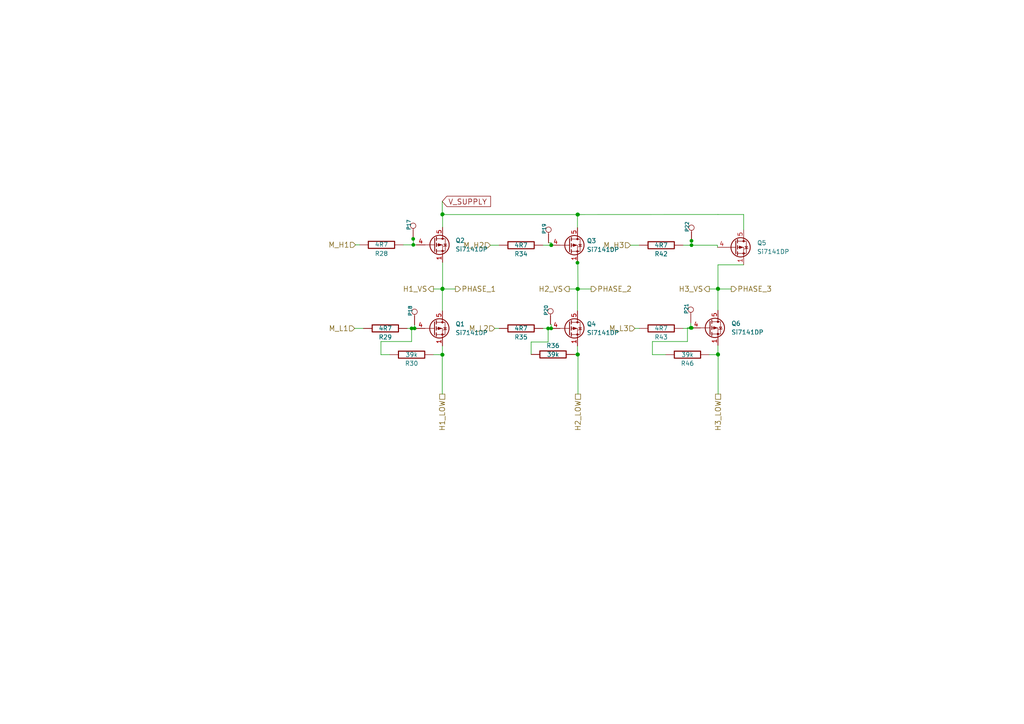
<source format=kicad_sch>
(kicad_sch (version 20211123) (generator eeschema)
  (paper "A4")
  (title_block (title "BLDC Driver 4.11") (date "21 aug 2015") (rev "4.12") (company "Benjamin Vedder"))
  (lib_symbols
    (symbol "BLDC_4-rescue:CONN_1" (pin_numbers hide) (pin_names (offset 0.762) hide)
      (property "Reference" "P" (at 2.032 0 0))
      (symbol "CONN_1_0_1"
        (polyline (pts (xy -0.762 0) (xy -1.27 0)))
        (circle (center 0 0) (radius 0.7874))
      )
      (symbol "CONN_1_1_1"
        (pin passive line (at -3.81 0 0) (length 2.54) (name "1") (number "1"))
      )
    )
    (symbol "BLDC_4-rescue:R-RESCUE-BLDC_4" (pin_numbers hide) (pin_names (offset 0))
      (property "Reference" "R" (at 2.032 0 90))
      (property "Value" "R-RESCUE-BLDC_4" (at 0.1778 0.0254 90))
      (symbol "R-RESCUE-BLDC_4_0_1"
        (rectangle (start -1.016 3.81) (end 1.016 -3.81) (stroke (width 0.3048)))
      )
      (symbol "R-RESCUE-BLDC_4_1_1"
        (pin passive line (at 0 6.35 270) (length 2.54) (name "~") (number "1"))
        (pin passive line (at 0 -6.35 90) (length 2.54) (name "~") (number "2"))
      )
    )
    (symbol "Transistor_FET:Si7141DP" (pin_names hide)
      (property "Reference" "Q" (at 5.08 1.905 0))
      (property "Value" "Si7141DP" (at 5.08 0 0))
      (symbol "Si7141DP_0_1"
        (polyline (pts (xy 0.254 0) (xy -2.54 0)))
        (polyline (pts (xy 0.254 1.905) (xy 0.254 -1.905)) (stroke (width 0.254)))
        (polyline (pts (xy 0.762 -1.27) (xy 0.762 -2.286)) (stroke (width 0.254)))
        (polyline (pts (xy 0.762 0.508) (xy 0.762 -0.508)) (stroke (width 0.254)))
        (polyline (pts (xy 0.762 2.286) (xy 0.762 1.27)) (stroke (width 0.254)))
        (polyline (pts (xy 2.54 2.54) (xy 2.54 1.778)))
        (polyline (pts (xy 2.54 -2.54) (xy 2.54 0) (xy 0.762 0)))
        (polyline (pts (xy 0.762 1.778) (xy 3.302 1.778) (xy 3.302 -1.778) (xy 0.762 -1.778)))
        (polyline (pts (xy 2.286 0) (xy 1.27 0.381) (xy 1.27 -0.381) (xy 2.286 0)) (fill (type outline)))
        (polyline (pts (xy 2.794 -0.508) (xy 2.921 -0.381) (xy 3.683 -0.381) (xy 3.81 -0.254)))
        (polyline (pts (xy 3.302 -0.381) (xy 2.921 0.254) (xy 3.683 0.254) (xy 3.302 -0.381)))
        (circle (center 1.651 0) (radius 2.794) (stroke (width 0.254)))
        (circle (center 2.54 -1.778) (radius 0.254) (fill (type outline)))
        (circle (center 2.54 1.778) (radius 0.254) (fill (type outline)))
      )
      (symbol "Si7141DP_1_1"
        (pin passive line (at 2.54 -5.08 90) (length 2.54) (name "S") (number "1"))
        (pin passive line (at 2.54 -5.08 90) (length 2.54) hide (name "S") (number "2"))
        (pin passive line (at 2.54 -5.08 90) (length 2.54) hide (name "S") (number "3"))
        (pin input line (at -5.08 0 0) (length 2.54) (name "G") (number "4"))
        (pin passive line (at 2.54 5.08 270) (length 2.54) (name "D") (number "5"))
      )
    )
  )
  (junction (at 119.8822 71.0184))
  (junction (at 128.3208 102.87))
  (junction (at 208.28 83.82))
  (junction (at 167.4876 83.77))
  (junction (at 167.54 102.85))
  (junction (at 208.2292 102.7176))
  (junction (at 159.8676 71.12))
  (junction (at 200.5618 71.12))
  (junction (at 208.24 102.82))
  (junction (at 128.34 62.11))
  (junction (at 128.27 83.82))
  (junction (at 167.4876 62.23))
  (junction (at 167.64 102.8))
  (junction (at 159.92 71.1))
  (junction (at 208.24 83.8))
  (junction (at 120.2436 95.25))
  (junction (at 128.27 102.87))
  (junction (at 128.34 83.87))
  (junction (at 167.64 62.23))
  (junction (at 128.34 102.92))
  (junction (at 128.3716 62.1284))
  (junction (at 167.54 62.21))
  (junction (at 128.3208 83.82))
  (junction (at 167.54 83.82))
  (junction (at 128.27 62.23))
  (junction (at 200.5584 69.85))
  (junction (at 208.24 83.77))
  (junction (at 208.28 102.87))
  (junction (at 167.4876 102.8))
  (junction (at 167.64 83.82))
  (junction (at 128.34 83.7))
  (junction (at 119.38 95.25))
  (junction (at 167.5897 83.82))
  (junction (at 208.2292 83.6976))
  (junction (at 200.6092 95.0976))
  (junction (at 200.3552 95.0976))
  (junction (at 159.8676 95.25))
  (junction (at 167.4876 76.2))
  (junction (at 128.3716 83.7184))
  (junction (at 158.9782 95.2641))
  (junction (at 119.8372 69.2912))
  (wire (pts (xy 116.9924 71.0184) (xy 119.8822 71.0184)))
  (wire (pts (xy 189.23 99.06) (xy 189.23 102.87)))
  (wire (pts (xy 159.8676 71.12) (xy 159.92 71.12)))
  (wire (pts (xy 208.2292 83.6976) (xy 208.2292 90.0176)))
  (wire (pts (xy 200.3552 93.6244) (xy 200.3552 95.0976)))
  (wire (pts (xy 154.05 99.1908) (xy 158.9782 99.1908)))
  (wire (pts (xy 128.27 83.82) (xy 128.3208 83.82)))
  (wire (pts (xy 159.8676 94.13) (xy 159.8676 95.25)))
  (wire (pts (xy 128.34 83.7) (xy 128.27 83.82)))
  (wire (pts (xy 125.73 102.87) (xy 128.27 102.87)))
  (wire (pts (xy 199.39 99.06) (xy 199.39 95.0976)))
  (wire (pts (xy 119.8822 69.3096) (xy 119.8372 69.2912)))
  (wire (pts (xy 128.3208 102.87) (xy 128.34 102.92)))
  (wire (pts (xy 128.3716 62.1284) (xy 128.3716 65.9384)))
  (wire (pts (xy 208.2292 100.1776) (xy 208.2292 102.7176)))
  (wire (pts (xy 119.8822 69.3096) (xy 119.8822 71.0184)))
  (wire (pts (xy 215.6968 62.21) (xy 215.6968 66.6496)))
  (wire (pts (xy 167.64 83.82) (xy 171.45 83.82)))
  (wire (pts (xy 157.48 71.12) (xy 159.8676 71.12)))
  (wire (pts (xy 143.51 95.25) (xy 144.78 95.25)))
  (wire (pts (xy 167.4876 83.77) (xy 167.54 83.82)))
  (wire (pts (xy 102.87 95.25) (xy 105.41 95.25)))
  (wire (pts (xy 159.8676 95.2641) (xy 158.9782 95.2641)))
  (wire (pts (xy 159.9171 70.4299) (xy 159.92 71.1)))
  (wire (pts (xy 128.3208 83.82) (xy 128.34 83.87)))
  (wire (pts (xy 208.24 83.8) (xy 208.28 83.82)))
  (wire (pts (xy 103.124 71.0184) (xy 104.2924 71.0184)))
  (wire (pts (xy 128.27 102.87) (xy 128.27 114.3)))
  (wire (pts (xy 208.2292 102.7176) (xy 208.24 102.82)))
  (wire (pts (xy 167.64 62.23) (xy 208.24 62.21)))
  (wire (pts (xy 208.28 102.87) (xy 208.28 114.3)))
  (wire (pts (xy 167.4876 62.23) (xy 167.64 62.23)))
  (wire (pts (xy 208.24 83.77) (xy 208.24 83.8)))
  (wire (pts (xy 159.8676 95.25) (xy 159.8676 95.2641)))
  (wire (pts (xy 119.38 95.25) (xy 120.2436 95.25)))
  (wire (pts (xy 198.12 95.25) (xy 200.6092 95.25)))
  (wire (pts (xy 167.4876 102.8) (xy 167.54 102.85)))
  (wire (pts (xy 158.9782 95.2641) (xy 158.9782 95.25)))
  (wire (pts (xy 110.49 99.06) (xy 110.49 102.87)))
  (wire (pts (xy 165.1 83.82) (xy 167.54 83.82)))
  (wire (pts (xy 208.24 62.21) (xy 215.6968 62.21)))
  (wire (pts (xy 128.3208 100.33) (xy 128.3208 102.87)))
  (wire (pts (xy 120.2436 95.25) (xy 120.7008 95.25)))
  (wire (pts (xy 205.74 83.82) (xy 208.28 83.82)))
  (wire (pts (xy 208.24 83.77) (xy 208.28 83.82)))
  (wire (pts (xy 205.74 102.87) (xy 208.28 102.87)))
  (wire (pts (xy 208.24 102.82) (xy 208.28 102.87)))
  (wire (pts (xy 184.15 95.25) (xy 185.42 95.25)))
  (wire (pts (xy 167.4876 83.77) (xy 167.4876 90.17)))
  (wire (pts (xy 128.34 83.87) (xy 128.27 83.82)))
  (wire (pts (xy 167.54 102.85) (xy 167.64 102.8)))
  (wire (pts (xy 128.27 62.23) (xy 167.4876 62.23)))
  (wire (pts (xy 157.48 95.25) (xy 158.9782 95.25)))
  (wire (pts (xy 199.39 99.06) (xy 189.23 99.06)))
  (wire (pts (xy 142.24 71.12) (xy 144.78 71.12)))
  (wire (pts (xy 119.38 99.06) (xy 110.49 99.06)))
  (wire (pts (xy 154.05 102.8) (xy 154.05 99.1908)))
  (wire (pts (xy 118.11 95.25) (xy 119.38 95.25)))
  (wire (pts (xy 167.5897 83.82) (xy 167.64 83.82)))
  (wire (pts (xy 119.8822 71.0184) (xy 120.7516 71.0184)))
  (wire (pts (xy 198.12 71.12) (xy 200.5618 71.12)))
  (wire (pts (xy 167.5876 76.2) (xy 167.64 83.82)))
  (wire (pts (xy 167.54 62.21) (xy 167.64 62.23)))
  (wire (pts (xy 166.75 102.8) (xy 167.4876 102.8)))
  (wire (pts (xy 128.34 62.11) (xy 128.27 62.23)))
  (wire (pts (xy 208.24 76.8096) (xy 208.24 83.77)))
  (wire (pts (xy 159.92 71.12) (xy 159.92 71.1)))
  (wire (pts (xy 200.3552 95.0976) (xy 200.6092 95.0976)))
  (wire (pts (xy 208.2292 83.6976) (xy 208.24 83.8)))
  (wire (pts (xy 159.0971 70.4299) (xy 159.9171 70.4299)))
  (wire (pts (xy 200.5618 69.85) (xy 200.5618 71.12)))
  (wire (pts (xy 128.3208 83.82) (xy 132.08 83.82)))
  (wire (pts (xy 128.27 58.42) (xy 128.27 62.23)))
  (wire (pts (xy 167.5876 76.2) (xy 167.4876 76.2)))
  (wire (pts (xy 128.3716 76.0984) (xy 128.3716 83.7184)))
  (wire (pts (xy 158.9782 99.1908) (xy 158.9782 95.2641)))
  (wire (pts (xy 128.3208 83.82) (xy 128.3208 90.17)))
  (wire (pts (xy 128.34 102.92) (xy 128.27 102.87)))
  (wire (pts (xy 199.39 95.0976) (xy 200.3552 95.0976)))
  (wire (pts (xy 167.54 83.82) (xy 167.5897 83.82)))
  (wire (pts (xy 159.8676 94.13) (xy 159.6644 94.0816)))
  (wire (pts (xy 215.6968 76.8096) (xy 208.24 76.8096)))
  (wire (pts (xy 200.6092 95.25) (xy 200.6092 95.0976)))
  (wire (pts (xy 167.4876 102.8) (xy 167.64 102.8)))
  (wire (pts (xy 119.38 95.25) (xy 119.38 99.06)))
  (wire (pts (xy 128.3716 62.1284) (xy 128.34 62.11)))
  (wire (pts (xy 208.28 83.82) (xy 212.09 83.82)))
  (wire (pts (xy 167.4876 100.33) (xy 167.4876 102.8)))
  (wire (pts (xy 167.4876 62.23) (xy 167.54 62.21)))
  (wire (pts (xy 189.23 102.87) (xy 193.04 102.87)))
  (wire (pts (xy 167.64 102.8) (xy 167.64 114.3)))
  (wire (pts (xy 120.2436 94.234) (xy 120.2436 95.25)))
  (wire (pts (xy 128.3716 83.7184) (xy 128.34 83.7)))
  (wire (pts (xy 200.5618 71.12) (xy 208.0768 71.12)))
  (wire (pts (xy 125.73 83.82) (xy 128.27 83.82)))
  (wire (pts (xy 110.49 102.87) (xy 113.03 102.87)))
  (wire (pts (xy 182.88 71.12) (xy 185.42 71.12)))
  (wire (pts (xy 208.0768 71.12) (xy 208.0768 71.7296)))
  (wire (pts (xy 200.5584 69.85) (xy 200.5618 69.85)))
  (wire (pts (xy 167.4876 62.23) (xy 167.4876 66.04)))
  (global_label "V_SUPPLY" (shape input) (at 128.27 58.42 0) (effects (font (size 1.524 1.524))) (property "Intersheet References" "${INTERSHEET_REFS}" (effects hide)))
  (hierarchical_label "H2_LOW" (shape passive) (at 167.64 114.3 270) (effects (font (size 1.524 1.524))))
  (hierarchical_label "H2_VS" (shape output) (at 165.1 83.82 180) (effects (font (size 1.524 1.524))))
  (hierarchical_label "H1_VS" (shape output) (at 125.73 83.82 180) (effects (font (size 1.524 1.524))))
  (hierarchical_label "M_H3" (shape input) (at 182.88 71.12 180) (effects (font (size 1.524 1.524))))
  (hierarchical_label "H1_LOW" (shape passive) (at 128.27 114.3 270) (effects (font (size 1.524 1.524))))
  (hierarchical_label "M_H2" (shape input) (at 142.24 71.12 180) (effects (font (size 1.524 1.524))))
  (hierarchical_label "H3_LOW" (shape passive) (at 208.28 114.3 270) (effects (font (size 1.524 1.524))))
  (hierarchical_label "M_H1" (shape input) (at 103.124 71.0184 180) (effects (font (size 1.524 1.524))))
  (hierarchical_label "H3_VS" (shape output) (at 205.74 83.82 180) (effects (font (size 1.524 1.524))))
  (hierarchical_label "PHASE_1" (shape output) (at 132.08 83.82 0) (effects (font (size 1.524 1.524))))
  (hierarchical_label "M_L1" (shape input) (at 102.87 95.25 180) (effects (font (size 1.524 1.524))))
  (hierarchical_label "PHASE_2" (shape output) (at 171.45 83.82 0) (effects (font (size 1.524 1.524))))
  (hierarchical_label "M_L3" (shape input) (at 184.15 95.25 180) (effects (font (size 1.524 1.524))))
  (hierarchical_label "M_L2" (shape input) (at 143.51 95.25 180) (effects (font (size 1.524 1.524))))
  (hierarchical_label "PHASE_3" (shape output) (at 212.09 83.82 0) (effects (font (size 1.524 1.524))))
  (symbol (lib_id "BLDC_4-rescue:R-RESCUE-BLDC_4") (at 199.39 102.87 270) (unit 1)
    (property "Reference" "R46" (at 199.39 105.41 90))
    (property "Value" "39k" (at 199.39 102.87 90))
    (property "Footprint" "CRF1:SMD-0603_r" (effects hide))
  )
  (symbol (lib_id "BLDC_4-rescue:R-RESCUE-BLDC_4") (at 119.38 102.87 270) (unit 1)
    (property "Reference" "R30" (at 119.38 105.41 90))
    (property "Value" "39k" (at 119.38 102.87 90))
    (property "Footprint" "CRF1:SMD-0603_r" (effects hide))
  )
  (symbol (lib_id "BLDC_4-rescue:R-RESCUE-BLDC_4") (at 111.76 95.25 270) (unit 1)
    (property "Reference" "R29" (at 111.76 97.79 90))
    (property "Value" "4R7" (at 111.76 95.25 90))
    (property "Footprint" "CRF1:SMD-0603_r" (effects hide))
  )
  (symbol (lib_id "BLDC_4-rescue:R-RESCUE-BLDC_4") (at 110.6424 71.0184 270) (unit 1)
    (property "Reference" "R28" (at 110.6424 73.5584 90))
    (property "Value" "4R7" (at 110.6424 70.9168 90))
    (property "Footprint" "CRF1:SMD-0603_r" (effects hide))
  )
  (symbol (lib_id "BLDC_4-rescue:R-RESCUE-BLDC_4") (at 151.13 71.12 270) (unit 1)
    (property "Reference" "R34" (at 151.13 73.66 90))
    (property "Value" "4R7" (at 151.13 71.12 90))
    (property "Footprint" "CRF1:SMD-0603_r" (effects hide))
  )
  (symbol (lib_id "BLDC_4-rescue:R-RESCUE-BLDC_4") (at 151.13 95.25 270) (unit 1)
    (property "Reference" "R35" (at 151.13 97.79 90))
    (property "Value" "4R7" (at 151.13 95.25 90))
    (property "Footprint" "CRF1:SMD-0603_r" (effects hide))
  )
  (symbol (lib_id "BLDC_4-rescue:R-RESCUE-BLDC_4") (at 191.77 95.25 270) (unit 1)
    (property "Reference" "R43" (at 191.77 97.79 90))
    (property "Value" "4R7" (at 191.77 95.25 90))
    (property "Footprint" "CRF1:SMD-0603_r" (effects hide))
  )
  (symbol (lib_id "BLDC_4-rescue:R-RESCUE-BLDC_4") (at 191.77 71.12 270) (unit 1)
    (property "Reference" "R42" (at 191.77 73.66 90))
    (property "Value" "4R7" (at 191.77 71.12 90))
    (property "Footprint" "CRF1:SMD-0603_r" (effects hide))
  )
  (symbol (lib_id "BLDC_4-rescue:R-RESCUE-BLDC_4") (at 160.4 102.8 270) (unit 1)
    (property "Reference" "R36" (at 160.4 100.26 90))
    (property "Value" "39k" (at 160.4 102.8 90))
    (property "Footprint" "CRF1:SMD-0603_r" (effects hide))
  )
  (symbol (lib_id "Transistor_FET:Si7141DP") (at 205.6892 95.0976 0) (unit 1)
    (property "Reference" "Q6" (at 212.09 93.8275 0) (effects (justify left)))
    (property "Value" "Si7141DP" (at 212.09 96.3675 0) (effects (justify left)))
    (property "Footprint" "Package_SO:PowerPAK_SO-8_Single" (effects hide))
    (property "Datasheet" "${KIPRJMOD}\\datasheet\\sir584dp-2953443.pdf" (effects hide))
  )
  (symbol (lib_id "Transistor_FET:Si7141DP") (at 164.9476 95.25 0) (unit 1)
    (property "Reference" "Q4" (at 170.18 93.9799 0) (effects (justify left)))
    (property "Value" "Si7141DP" (at 170.18 96.5199 0) (effects (justify left)))
    (property "Footprint" "Package_SO:PowerPAK_SO-8_Single" (effects hide))
    (property "Datasheet" "${KIPRJMOD}\\datasheet\\sir584dp-2953443.pdf" (effects hide))
  )
  (symbol (lib_id "BLDC_4-rescue:CONN_1") (at 159.6644 90.2716 90) (unit 1)
    (property "Reference" "P20" (at 158.3944 91.5416 0) (effects (font (size 1.016 1.016)) (justify left)))
    (property "Value" "MOTOR3" (effects hide))
    (property "Footprint" "CRF1:1PAD_Small" (effects hide))
  )
  (symbol (lib_id "BLDC_4-rescue:CONN_1") (at 119.8372 65.4812 90) (unit 1)
    (property "Reference" "P17" (at 118.5672 66.7512 0) (effects (font (size 1.016 1.016)) (justify left)))
    (property "Value" "MOTOR3" (effects hide))
    (property "Footprint" "CRF1:1PAD_Small" (effects hide))
  )
  (symbol (lib_id "BLDC_4-rescue:CONN_1") (at 120.2436 90.424 90) (unit 1)
    (property "Reference" "P18" (at 118.9736 91.694 0) (effects (font (size 1.016 1.016)) (justify left)))
    (property "Value" "MOTOR3" (effects hide))
    (property "Footprint" "CRF1:1PAD_Small" (effects hide))
  )
  (symbol (lib_id "Transistor_FET:Si7141DP") (at 213.1568 71.7296 0) (unit 1)
    (property "Reference" "Q5" (at 219.5576 70.4595 0) (effects (justify left)))
    (property "Value" "Si7141DP" (at 219.5576 72.9995 0) (effects (justify left)))
    (property "Footprint" "Package_SO:PowerPAK_SO-8_Single" (effects hide))
    (property "Datasheet" "${KIPRJMOD}\\datasheet\\sir584dp-2953443.pdf" (effects hide))
  )
  (symbol (lib_id "BLDC_4-rescue:CONN_1") (at 200.5584 66.04 90) (unit 1)
    (property "Reference" "P22" (at 199.2884 67.31 0) (effects (font (size 1.016 1.016)) (justify left)))
    (property "Value" "MOTOR3" (effects hide))
    (property "Footprint" "CRF1:1PAD_Small" (effects hide))
  )
  (symbol (lib_id "Transistor_FET:Si7141DP") (at 125.8316 71.0184 0) (unit 1)
    (property "Reference" "Q2" (at 132.08 69.7483 0) (effects (justify left)))
    (property "Value" "Si7141DP" (at 132.08 72.2883 0) (effects (justify left)))
    (property "Footprint" "Package_SO:PowerPAK_SO-8_Single" (effects hide))
    (property "Datasheet" "${KIPRJMOD}\\datasheet\\sir584dp-2953443.pdf" (effects hide))
  )
  (symbol (lib_id "Transistor_FET:Si7141DP") (at 164.9476 71.12 0) (unit 1)
    (property "Reference" "Q3" (at 170.18 69.8499 0) (effects (justify left)))
    (property "Value" "Si7141DP" (at 170.18 72.3899 0) (effects (justify left)))
    (property "Footprint" "Package_SO:PowerPAK_SO-8_Single" (effects hide))
    (property "Datasheet" "${KIPRJMOD}\\datasheet\\sir584dp-2953443.pdf" (effects hide))
  )
  (symbol (lib_id "Transistor_FET:Si7141DP") (at 125.7808 95.25 0) (unit 1)
    (property "Reference" "Q1" (at 132.08 93.9799 0) (effects (justify left)))
    (property "Value" "Si7141DP" (at 132.08 96.5199 0) (effects (justify left)))
    (property "Footprint" "Package_SO:PowerPAK_SO-8_Single" (effects hide))
    (property "Datasheet" "${KIPRJMOD}\\datasheet\\sir584dp-2953443.pdf" (effects hide))
  )
  (symbol (lib_id "BLDC_4-rescue:CONN_1") (at 159.0971 66.6199 90) (unit 1)
    (property "Reference" "P19" (at 157.8271 67.8899 0) (effects (font (size 1.016 1.016)) (justify left)))
    (property "Value" "MOTOR3" (effects hide))
    (property "Footprint" "CRF1:1PAD_Small" (effects hide))
  )
  (symbol (lib_id "BLDC_4-rescue:CONN_1") (at 200.3552 89.8144 90) (unit 1)
    (property "Reference" "P21" (at 199.0852 91.0844 0) (effects (font (size 1.016 1.016)) (justify left)))
    (property "Value" "MOTOR3" (effects hide))
    (property "Footprint" "CRF1:1PAD_Small" (effects hide))
  )
)
</source>
